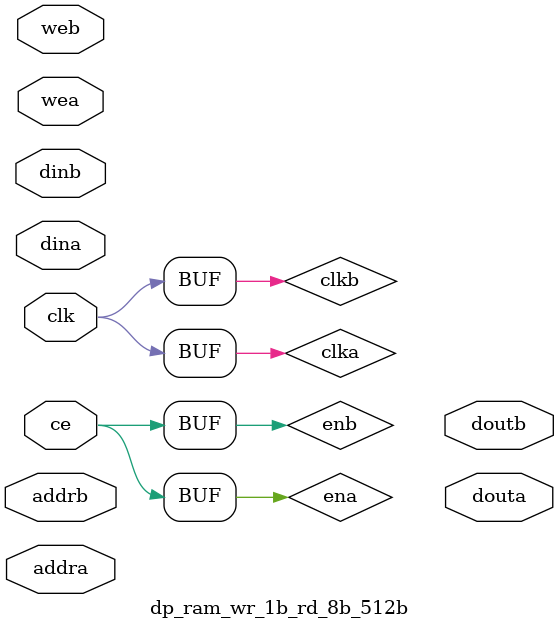
<source format=v>
/*******************************************************************************
*     This file is owned and controlled by Xilinx and must be used solely      *
*     for design, simulation, implementation and creation of design files      *
*     limited to Xilinx devices or technologies. Use with non-Xilinx           *
*     devices or technologies is expressly prohibited and immediately          *
*     terminates your license.                                                 *
*                                                                              *
*     XILINX IS PROVIDING THIS DESIGN, CODE, OR INFORMATION "AS IS" SOLELY     *
*     FOR USE IN DEVELOPING PROGRAMS AND SOLUTIONS FOR XILINX DEVICES.  BY     *
*     PROVIDING THIS DESIGN, CODE, OR INFORMATION AS ONE POSSIBLE              *
*     IMPLEMENTATION OF THIS FEATURE, APPLICATION OR STANDARD, XILINX IS       *
*     MAKING NO REPRESENTATION THAT THIS IMPLEMENTATION IS FREE FROM ANY       *
*     CLAIMS OF INFRINGEMENT, AND YOU ARE RESPONSIBLE FOR OBTAINING ANY        *
*     RIGHTS YOU MAY REQUIRE FOR YOUR IMPLEMENTATION.  XILINX EXPRESSLY        *
*     DISCLAIMS ANY WARRANTY WHATSOEVER WITH RESPECT TO THE ADEQUACY OF THE    *
*     IMPLEMENTATION, INCLUDING BUT NOT LIMITED TO ANY WARRANTIES OR           *
*     REPRESENTATIONS THAT THIS IMPLEMENTATION IS FREE FROM CLAIMS OF          *
*     INFRINGEMENT, IMPLIED WARRANTIES OF MERCHANTABILITY AND FITNESS FOR A    *
*     PARTICULAR PURPOSE.                                                      *
*                                                                              *
*     Xilinx products are not intended for use in life support appliances,     *
*     devices, or systems.  Use in such applications are expressly             *
*     prohibited.                                                              *
*                                                                              *
*     (c) Copyright 1995-2015 Xilinx, Inc.                                     *
*     All rights reserved.                                                     *
*******************************************************************************/
// You must compile the wrapper file dp_ram_wr_1b_rd_8b_512b.v when simulating
// the core, dp_ram_wr_1b_rd_8b_512b. When compiling the wrapper file, be sure to
// reference the XilinxCoreLib Verilog simulation library. For detailed
// instructions, please refer to the "CORE Generator Help".

// The synthesis directives "translate_off/translate_on" specified below are
// supported by Xilinx, Mentor Graphics and Synplicity synthesis
// tools. Ensure they are correct for your synthesis tool(s).

`timescale 1ns/1ps

module dp_ram_wr_1b_rd_8b_512b(
  clk,
  ce,
  wea,
  addra,
  dina,
  douta,
  web,
  addrb,
  dinb,
  doutb
);

//Map sysgen clk/clk enable signals to BRAM clk/en
input clk;
input ce;
wire clka, clkb, ena, enb;
assign clka = clk;
assign clkb = clk;
assign ena = ce;
assign enb = ce;

input [0 : 0] wea;
input [8 : 0] addra;
input [0 : 0] dina;
output [7 : 0] douta;
input [0 : 0] web;
input [8 : 0] addrb;
input [0 : 0] dinb;
output [7 : 0] doutb;

// synthesis translate_off

  BLK_MEM_GEN_V7_3 #(
    .C_ADDRA_WIDTH(9),
    .C_ADDRB_WIDTH(9),
    .C_ALGORITHM(1),
    .C_AXI_ID_WIDTH(4),
    .C_AXI_SLAVE_TYPE(0),
    .C_AXI_TYPE(1),
    .C_BYTE_SIZE(9),
    .C_COMMON_CLK(1),
    .C_DEFAULT_DATA("0"),
    .C_DISABLE_WARN_BHV_COLL(0),
    .C_DISABLE_WARN_BHV_RANGE(0),
    .C_ENABLE_32BIT_ADDRESS(0),
    .C_FAMILY("virtex6"),
    .C_HAS_AXI_ID(0),
    .C_HAS_ENA(1),
    .C_HAS_ENB(1),
    .C_HAS_INJECTERR(0),
    .C_HAS_MEM_OUTPUT_REGS_A(0),
    .C_HAS_MEM_OUTPUT_REGS_B(0),
    .C_HAS_MUX_OUTPUT_REGS_A(0),
    .C_HAS_MUX_OUTPUT_REGS_B(0),
    .C_HAS_REGCEA(0),
    .C_HAS_REGCEB(0),
    .C_HAS_RSTA(0),
    .C_HAS_RSTB(0),
    .C_HAS_SOFTECC_INPUT_REGS_A(0),
    .C_HAS_SOFTECC_OUTPUT_REGS_B(0),
    .C_INIT_FILE("BlankString"),
    .C_INIT_FILE_NAME("no_coe_file_loaded"),
    .C_INITA_VAL("0"),
    .C_INITB_VAL("0"),
    .C_INTERFACE_TYPE(0),
    .C_LOAD_INIT_FILE(0),
    .C_MEM_TYPE(2),
    .C_MUX_PIPELINE_STAGES(0),
    .C_PRIM_TYPE(1),
    .C_READ_DEPTH_A(64),
    .C_READ_DEPTH_B(64),
    .C_READ_WIDTH_A(8),
    .C_READ_WIDTH_B(8),
    .C_RST_PRIORITY_A("CE"),
    .C_RST_PRIORITY_B("CE"),
    .C_RST_TYPE("SYNC"),
    .C_RSTRAM_A(0),
    .C_RSTRAM_B(0),
    .C_SIM_COLLISION_CHECK("ALL"),
    .C_USE_BRAM_BLOCK(0),
    .C_USE_BYTE_WEA(0),
    .C_USE_BYTE_WEB(0),
    .C_USE_DEFAULT_DATA(1),
    .C_USE_ECC(0),
    .C_USE_SOFTECC(0),
    .C_WEA_WIDTH(1),
    .C_WEB_WIDTH(1),
    .C_WRITE_DEPTH_A(512),
    .C_WRITE_DEPTH_B(512),
    .C_WRITE_MODE_A("WRITE_FIRST"),
    .C_WRITE_MODE_B("WRITE_FIRST"),
    .C_WRITE_WIDTH_A(1),
    .C_WRITE_WIDTH_B(1),
    .C_XDEVICEFAMILY("virtex6")
  )
  inst (
    .CLKA(clka),
    .ENA(ena),
    .WEA(wea),
    .ADDRA(addra),
    .DINA(dina),
    .DOUTA(douta),
    .CLKB(clkb),
    .ENB(enb),
    .WEB(web),
    .ADDRB(addrb),
    .DINB(dinb),
    .DOUTB(doutb),
    .RSTA(),
    .REGCEA(),
    .RSTB(),
    .REGCEB(),
    .INJECTSBITERR(),
    .INJECTDBITERR(),
    .SBITERR(),
    .DBITERR(),
    .RDADDRECC(),
    .S_ACLK(),
    .S_ARESETN(),
    .S_AXI_AWID(),
    .S_AXI_AWADDR(),
    .S_AXI_AWLEN(),
    .S_AXI_AWSIZE(),
    .S_AXI_AWBURST(),
    .S_AXI_AWVALID(),
    .S_AXI_AWREADY(),
    .S_AXI_WDATA(),
    .S_AXI_WSTRB(),
    .S_AXI_WLAST(),
    .S_AXI_WVALID(),
    .S_AXI_WREADY(),
    .S_AXI_BID(),
    .S_AXI_BRESP(),
    .S_AXI_BVALID(),
    .S_AXI_BREADY(),
    .S_AXI_ARID(),
    .S_AXI_ARADDR(),
    .S_AXI_ARLEN(),
    .S_AXI_ARSIZE(),
    .S_AXI_ARBURST(),
    .S_AXI_ARVALID(),
    .S_AXI_ARREADY(),
    .S_AXI_RID(),
    .S_AXI_RDATA(),
    .S_AXI_RRESP(),
    .S_AXI_RLAST(),
    .S_AXI_RVALID(),
    .S_AXI_RREADY(),
    .S_AXI_INJECTSBITERR(),
    .S_AXI_INJECTDBITERR(),
    .S_AXI_SBITERR(),
    .S_AXI_DBITERR(),
    .S_AXI_RDADDRECC()
  );

// synthesis translate_on

endmodule

</source>
